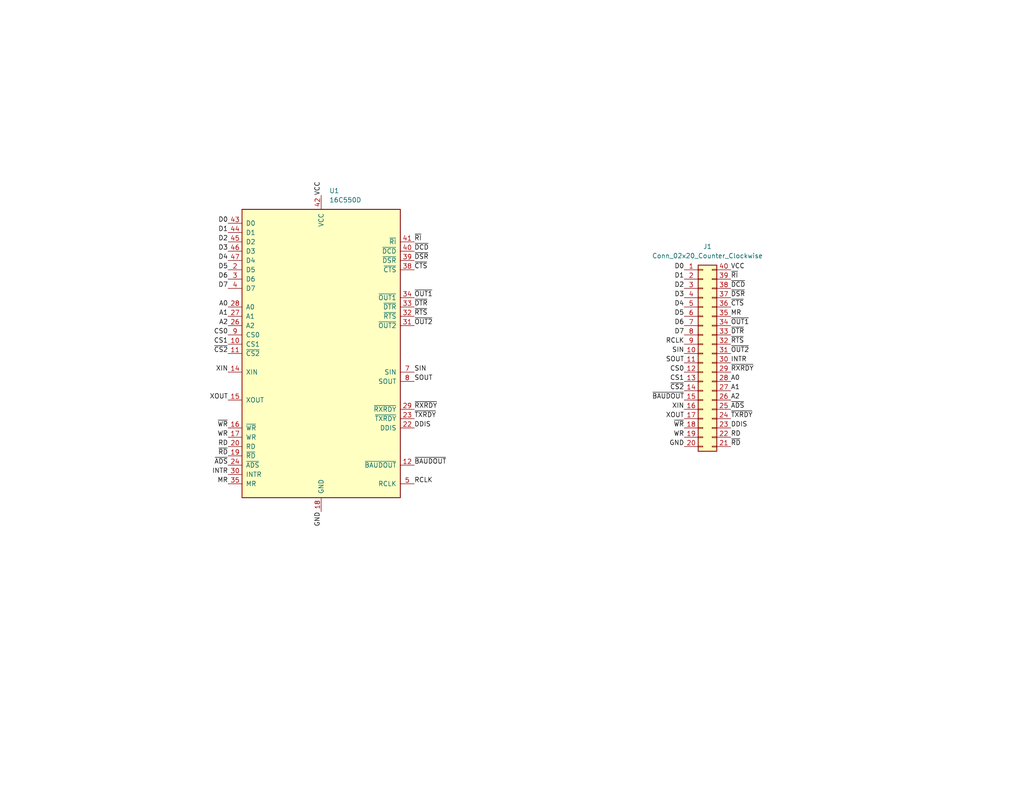
<source format=kicad_sch>
(kicad_sch (version 20231120) (generator "eeschema") (generator_version "8.0")
  (paper "A")
  (title_block (title "16C550D LQFP-48 to DIP-40") (date "2025-01-31") (rev "A") (company "Kevin Angstadt"))
  (lib_symbols
    (symbol "16C550D:16C550D" (pin_names (offset 1.016))
      (property "Reference" "U" (at -21.59 40.64 0))
      (property "Value" "16C550D" (at 15.24 40.64 0))
      (symbol "16C550D_0_1"
        (rectangle (start -21.59 -39.37) (end 21.59 39.37) (stroke (width 0.254)) (fill (type background)))
      )
      (symbol "16C550D_1_0"
        (pin no_connect line (at 24.13 35.56 180) (length 2.54) hide (name "NC") (number "1"))
        (pin no_connect line (at 24.13 20.32 180) (length 2.54) hide (name "NC") (number "13"))
        (pin no_connect line (at 24.13 17.78 180) (length 2.54) hide (name "NC") (number "21"))
        (pin no_connect line (at 24.13 5.08 180) (length 2.54) hide (name "NC") (number "25"))
        (pin no_connect line (at 24.13 2.54 180) (length 2.54) hide (name "NC") (number "36"))
        (pin no_connect line (at 24.13 0 180) (length 2.54) hide (name "NC") (number "37"))
        (pin no_connect line (at 24.13 -2.54 180) (length 2.54) hide (name "NC") (number "48"))
        (pin no_connect line (at 24.13 33.02 180) (length 2.54) hide (name "NC") (number "6"))
      )
      (symbol "16C550D_1_1"
        (pin input line (at -25.4 2.54 0) (length 3.81) (name "CS1") (number "10"))
        (pin input line (at -25.4 0 0) (length 3.81) (name "~{CS2}") (number "11"))
        (pin output line (at 25.4 -30.48 180) (length 3.81) (name "~{BAUDOUT}") (number "12"))
        (pin input line (at -25.4 -5.08 0) (length 3.81) (name "XIN") (number "14"))
        (pin output line (at -25.4 -12.7 0) (length 3.81) (name "XOUT") (number "15"))
        (pin input line (at -25.4 -20.32 0) (length 3.81) (name "~{WR}") (number "16"))
        (pin input line (at -25.4 -22.86 0) (length 3.81) (name "WR") (number "17"))
        (pin power_in line (at 0 -43.18 90) (length 3.81) (name "GND") (number "18"))
        (pin input line (at -25.4 -27.94 0) (length 3.81) (name "~{RD}") (number "19"))
        (pin bidirectional line (at -25.4 22.86 0) (length 3.81) (name "D5") (number "2"))
        (pin input line (at -25.4 -25.4 0) (length 3.81) (name "RD") (number "20"))
        (pin output line (at 25.4 -20.32 180) (length 3.81) (name "DDIS") (number "22"))
        (pin output line (at 25.4 -17.78 180) (length 3.81) (name "~{TXRDY}") (number "23"))
        (pin input line (at -25.4 -30.48 0) (length 3.81) (name "~{ADS}") (number "24"))
        (pin input line (at -25.4 7.62 0) (length 3.81) (name "A2") (number "26"))
        (pin input line (at -25.4 10.16 0) (length 3.81) (name "A1") (number "27"))
        (pin input line (at -25.4 12.7 0) (length 3.81) (name "A0") (number "28"))
        (pin output line (at 25.4 -15.24 180) (length 3.81) (name "~{RXRDY}") (number "29"))
        (pin bidirectional line (at -25.4 20.32 0) (length 3.81) (name "D6") (number "3"))
        (pin output line (at -25.4 -33.02 0) (length 3.81) (name "INTR") (number "30"))
        (pin output line (at 25.4 7.62 180) (length 3.81) (name "~{OUT2}") (number "31"))
        (pin output line (at 25.4 10.16 180) (length 3.81) (name "~{RTS}") (number "32"))
        (pin output line (at 25.4 12.7 180) (length 3.81) (name "~{DTR}") (number "33"))
        (pin output line (at 25.4 15.24 180) (length 3.81) (name "~{OUT1}") (number "34"))
        (pin input line (at -25.4 -35.56 0) (length 3.81) (name "MR") (number "35"))
        (pin input line (at 25.4 22.86 180) (length 3.81) (name "~{CTS}") (number "38"))
        (pin input line (at 25.4 25.4 180) (length 3.81) (name "~{DSR}") (number "39"))
        (pin bidirectional line (at -25.4 17.78 0) (length 3.81) (name "D7") (number "4"))
        (pin input line (at 25.4 27.94 180) (length 3.81) (name "~{DCD}") (number "40"))
        (pin input line (at 25.4 30.48 180) (length 3.81) (name "~{RI}") (number "41"))
        (pin power_in line (at 0 43.18 270) (length 3.81) (name "VCC") (number "42"))
        (pin bidirectional line (at -25.4 35.56 0) (length 3.81) (name "D0") (number "43"))
        (pin bidirectional line (at -25.4 33.02 0) (length 3.81) (name "D1") (number "44"))
        (pin bidirectional line (at -25.4 30.48 0) (length 3.81) (name "D2") (number "45"))
        (pin bidirectional line (at -25.4 27.94 0) (length 3.81) (name "D3") (number "46"))
        (pin bidirectional line (at -25.4 25.4 0) (length 3.81) (name "D4") (number "47"))
        (pin input line (at 25.4 -35.56 180) (length 3.81) (name "RCLK") (number "5"))
        (pin input line (at 25.4 -5.08 180) (length 3.81) (name "SIN") (number "7"))
        (pin output line (at 25.4 -7.62 180) (length 3.81) (name "SOUT") (number "8"))
        (pin input line (at -25.4 5.08 0) (length 3.81) (name "CS0") (number "9"))
      )
    )
    (symbol "Connector_Generic:Conn_02x20_Counter_Clockwise" (pin_names (offset 1.016) hide)
      (property "Reference" "J" (at 1.27 25.4 0))
      (property "Value" "Conn_02x20_Counter_Clockwise" (at 1.27 -27.94 0))
      (symbol "Conn_02x20_Counter_Clockwise_1_1"
        (rectangle (start -1.27 -25.273) (end 0 -25.527) (stroke (width 0.1524)))
        (rectangle (start -1.27 -22.733) (end 0 -22.987) (stroke (width 0.1524)))
        (rectangle (start -1.27 -20.193) (end 0 -20.447) (stroke (width 0.1524)))
        (rectangle (start -1.27 -17.653) (end 0 -17.907) (stroke (width 0.1524)))
        (rectangle (start -1.27 -15.113) (end 0 -15.367) (stroke (width 0.1524)))
        (rectangle (start -1.27 -12.573) (end 0 -12.827) (stroke (width 0.1524)))
        (rectangle (start -1.27 -10.033) (end 0 -10.287) (stroke (width 0.1524)))
        (rectangle (start -1.27 -7.493) (end 0 -7.747) (stroke (width 0.1524)))
        (rectangle (start -1.27 -4.953) (end 0 -5.207) (stroke (width 0.1524)))
        (rectangle (start -1.27 -2.413) (end 0 -2.667) (stroke (width 0.1524)))
        (rectangle (start -1.27 0.127) (end 0 -0.127) (stroke (width 0.1524)))
        (rectangle (start -1.27 2.667) (end 0 2.413) (stroke (width 0.1524)))
        (rectangle (start -1.27 5.207) (end 0 4.953) (stroke (width 0.1524)))
        (rectangle (start -1.27 7.747) (end 0 7.493) (stroke (width 0.1524)))
        (rectangle (start -1.27 10.287) (end 0 10.033) (stroke (width 0.1524)))
        (rectangle (start -1.27 12.827) (end 0 12.573) (stroke (width 0.1524)))
        (rectangle (start -1.27 15.367) (end 0 15.113) (stroke (width 0.1524)))
        (rectangle (start -1.27 17.907) (end 0 17.653) (stroke (width 0.1524)))
        (rectangle (start -1.27 20.447) (end 0 20.193) (stroke (width 0.1524)))
        (rectangle (start -1.27 22.987) (end 0 22.733) (stroke (width 0.1524)))
        (rectangle (start -1.27 24.13) (end 3.81 -26.67) (stroke (width 0.254)) (fill (type background)))
        (rectangle (start 3.81 -25.273) (end 2.54 -25.527) (stroke (width 0.1524)))
        (rectangle (start 3.81 -22.733) (end 2.54 -22.987) (stroke (width 0.1524)))
        (rectangle (start 3.81 -20.193) (end 2.54 -20.447) (stroke (width 0.1524)))
        (rectangle (start 3.81 -17.653) (end 2.54 -17.907) (stroke (width 0.1524)))
        (rectangle (start 3.81 -15.113) (end 2.54 -15.367) (stroke (width 0.1524)))
        (rectangle (start 3.81 -12.573) (end 2.54 -12.827) (stroke (width 0.1524)))
        (rectangle (start 3.81 -10.033) (end 2.54 -10.287) (stroke (width 0.1524)))
        (rectangle (start 3.81 -7.493) (end 2.54 -7.747) (stroke (width 0.1524)))
        (rectangle (start 3.81 -4.953) (end 2.54 -5.207) (stroke (width 0.1524)))
        (rectangle (start 3.81 -2.413) (end 2.54 -2.667) (stroke (width 0.1524)))
        (rectangle (start 3.81 0.127) (end 2.54 -0.127) (stroke (width 0.1524)))
        (rectangle (start 3.81 2.667) (end 2.54 2.413) (stroke (width 0.1524)))
        (rectangle (start 3.81 5.207) (end 2.54 4.953) (stroke (width 0.1524)))
        (rectangle (start 3.81 7.747) (end 2.54 7.493) (stroke (width 0.1524)))
        (rectangle (start 3.81 10.287) (end 2.54 10.033) (stroke (width 0.1524)))
        (rectangle (start 3.81 12.827) (end 2.54 12.573) (stroke (width 0.1524)))
        (rectangle (start 3.81 15.367) (end 2.54 15.113) (stroke (width 0.1524)))
        (rectangle (start 3.81 17.907) (end 2.54 17.653) (stroke (width 0.1524)))
        (rectangle (start 3.81 20.447) (end 2.54 20.193) (stroke (width 0.1524)))
        (rectangle (start 3.81 22.987) (end 2.54 22.733) (stroke (width 0.1524)))
        (pin passive line (at -5.08 22.86 0) (length 3.81) (name "Pin_1") (number "1"))
        (pin passive line (at -5.08 0 0) (length 3.81) (name "Pin_10") (number "10"))
        (pin passive line (at -5.08 -2.54 0) (length 3.81) (name "Pin_11") (number "11"))
        (pin passive line (at -5.08 -5.08 0) (length 3.81) (name "Pin_12") (number "12"))
        (pin passive line (at -5.08 -7.62 0) (length 3.81) (name "Pin_13") (number "13"))
        (pin passive line (at -5.08 -10.16 0) (length 3.81) (name "Pin_14") (number "14"))
        (pin passive line (at -5.08 -12.7 0) (length 3.81) (name "Pin_15") (number "15"))
        (pin passive line (at -5.08 -15.24 0) (length 3.81) (name "Pin_16") (number "16"))
        (pin passive line (at -5.08 -17.78 0) (length 3.81) (name "Pin_17") (number "17"))
        (pin passive line (at -5.08 -20.32 0) (length 3.81) (name "Pin_18") (number "18"))
        (pin passive line (at -5.08 -22.86 0) (length 3.81) (name "Pin_19") (number "19"))
        (pin passive line (at -5.08 20.32 0) (length 3.81) (name "Pin_2") (number "2"))
        (pin passive line (at -5.08 -25.4 0) (length 3.81) (name "Pin_20") (number "20"))
        (pin passive line (at 7.62 -25.4 180) (length 3.81) (name "Pin_21") (number "21"))
        (pin passive line (at 7.62 -22.86 180) (length 3.81) (name "Pin_22") (number "22"))
        (pin passive line (at 7.62 -20.32 180) (length 3.81) (name "Pin_23") (number "23"))
        (pin passive line (at 7.62 -17.78 180) (length 3.81) (name "Pin_24") (number "24"))
        (pin passive line (at 7.62 -15.24 180) (length 3.81) (name "Pin_25") (number "25"))
        (pin passive line (at 7.62 -12.7 180) (length 3.81) (name "Pin_26") (number "26"))
        (pin passive line (at 7.62 -10.16 180) (length 3.81) (name "Pin_27") (number "27"))
        (pin passive line (at 7.62 -7.62 180) (length 3.81) (name "Pin_28") (number "28"))
        (pin passive line (at 7.62 -5.08 180) (length 3.81) (name "Pin_29") (number "29"))
        (pin passive line (at -5.08 17.78 0) (length 3.81) (name "Pin_3") (number "3"))
        (pin passive line (at 7.62 -2.54 180) (length 3.81) (name "Pin_30") (number "30"))
        (pin passive line (at 7.62 0 180) (length 3.81) (name "Pin_31") (number "31"))
        (pin passive line (at 7.62 2.54 180) (length 3.81) (name "Pin_32") (number "32"))
        (pin passive line (at 7.62 5.08 180) (length 3.81) (name "Pin_33") (number "33"))
        (pin passive line (at 7.62 7.62 180) (length 3.81) (name "Pin_34") (number "34"))
        (pin passive line (at 7.62 10.16 180) (length 3.81) (name "Pin_35") (number "35"))
        (pin passive line (at 7.62 12.7 180) (length 3.81) (name "Pin_36") (number "36"))
        (pin passive line (at 7.62 15.24 180) (length 3.81) (name "Pin_37") (number "37"))
        (pin passive line (at 7.62 17.78 180) (length 3.81) (name "Pin_38") (number "38"))
        (pin passive line (at 7.62 20.32 180) (length 3.81) (name "Pin_39") (number "39"))
        (pin passive line (at -5.08 15.24 0) (length 3.81) (name "Pin_4") (number "4"))
        (pin passive line (at 7.62 22.86 180) (length 3.81) (name "Pin_40") (number "40"))
        (pin passive line (at -5.08 12.7 0) (length 3.81) (name "Pin_5") (number "5"))
        (pin passive line (at -5.08 10.16 0) (length 3.81) (name "Pin_6") (number "6"))
        (pin passive line (at -5.08 7.62 0) (length 3.81) (name "Pin_7") (number "7"))
        (pin passive line (at -5.08 5.08 0) (length 3.81) (name "Pin_8") (number "8"))
        (pin passive line (at -5.08 2.54 0) (length 3.81) (name "Pin_9") (number "9"))
      )
    )
    (symbol "power:PWR_FLAG" (power) (pin_numbers hide) (pin_names (offset 0) hide)
      (property "Value" "PWR_FLAG" (at 0 3.81 0))
      (symbol "PWR_FLAG_0_0"
        (pin power_out line (at 0 0 90) (length 0) (name "~") (number "1"))
      )
      (symbol "PWR_FLAG_0_1"
        (polyline (pts (xy 0 0) (xy 0 1.27) (xy -1.016 1.905) (xy 0 2.54) (xy 1.016 1.905) (xy 0 1.27)))
      )
    )
  )
  (label "CS0" (at 186.69 101.6 180))
  (label "~{RXRDY}" (at 113.03 111.76 0))
  (label "~{CTS}" (at 113.03 73.66 0))
  (label "XIN" (at 186.69 111.76 180))
  (label "~{OUT1}" (at 113.03 81.28 0))
  (label "~{CS2}" (at 62.23 96.52 180))
  (label "~{OUT1}" (at 199.39 88.9 0))
  (label "A0" (at 62.23 83.82 180))
  (label "D7" (at 186.69 91.44 180))
  (label "D1" (at 62.23 63.5 180))
  (label "SOUT" (at 113.03 104.14 0))
  (label "DDIS" (at 113.03 116.84 0))
  (label "~{ADS}" (at 62.23 127 180))
  (label "WR" (at 62.23 119.38 180))
  (label "RCLK" (at 186.69 93.98 180))
  (label "D0" (at 186.69 73.66 180))
  (label "~{TXRDY}" (at 113.03 114.3 0))
  (label "XOUT" (at 186.69 114.3 180))
  (label "A1" (at 199.39 106.68 0))
  (label "SIN" (at 113.03 101.6 0))
  (label "A1" (at 62.23 86.36 180))
  (label "~{RD}" (at 199.39 121.92 0))
  (label "~{RI}" (at 199.39 76.2 0))
  (label "~{RXRDY}" (at 199.39 101.6 0))
  (label "D4" (at 186.69 83.82 180))
  (label "~{DTR}" (at 199.39 91.44 0))
  (label "~{CTS}" (at 199.39 83.82 0))
  (label "CS1" (at 186.69 104.14 180))
  (label "~{WR}" (at 186.69 116.84 180))
  (label "D2" (at 62.23 66.04 180))
  (label "~{TXRDY}" (at 199.39 114.3 0))
  (label "D5" (at 186.69 86.36 180))
  (label "A2" (at 62.23 88.9 180))
  (label "~{RD}" (at 62.23 124.46 180))
  (label "D3" (at 62.23 68.58 180))
  (label "INTR" (at 199.39 99.06 0))
  (label "D2" (at 186.69 78.74 180))
  (label "GND" (at 186.69 121.92 180))
  (label "WR" (at 186.69 119.38 180))
  (label "VCC" (at 87.63 53.34 90))
  (label "~{BAUDOUT}" (at 186.69 109.22 180))
  (label "D3" (at 186.69 81.28 180))
  (label "D1" (at 186.69 76.2 180))
  (label "INTR" (at 62.23 129.54 180))
  (label "~{OUT2}" (at 199.39 96.52 0))
  (label "RD" (at 62.23 121.92 180))
  (label "D6" (at 62.23 76.2 180))
  (label "A2" (at 199.39 109.22 0))
  (label "~{DCD}" (at 113.03 68.58 0))
  (label "RD" (at 199.39 119.38 0))
  (label "GND" (at 87.63 139.7 270))
  (label "~{RI}" (at 113.03 66.04 0))
  (label "GND" (at 302.26 58.42 270))
  (label "D5" (at 62.23 73.66 180))
  (label "~{DSR}" (at 113.03 71.12 0))
  (label "XOUT" (at 62.23 109.22 180))
  (label "CS1" (at 62.23 93.98 180))
  (label "~{DCD}" (at 199.39 78.74 0))
  (label "RCLK" (at 113.03 132.08 0))
  (label "~{DSR}" (at 199.39 81.28 0))
  (label "MR" (at 199.39 86.36 0))
  (label "~{WR}" (at 62.23 116.84 180))
  (label "VCC" (at 199.39 73.66 0))
  (label "D7" (at 62.23 78.74 180))
  (label "CS0" (at 62.23 91.44 180))
  (label "~{BAUDOUT}" (at 113.03 127 0))
  (label "~{ADS}" (at 199.39 111.76 0))
  (label "D0" (at 62.23 60.96 180))
  (label "SIN" (at 186.69 96.52 180))
  (label "A0" (at 199.39 104.14 0))
  (label "SOUT" (at 186.69 99.06 180))
  (label "~{CS2}" (at 186.69 106.68 180))
  (label "D6" (at 186.69 88.9 180))
  (label "DDIS" (at 199.39 116.84 0))
  (label "XIN" (at 62.23 101.6 180))
  (label "D4" (at 62.23 71.12 180))
  (label "VCC" (at 313.69 58.42 270))
  (label "~{RTS}" (at 199.39 93.98 0))
  (label "MR" (at 62.23 132.08 180))
  (label "~{OUT2}" (at 113.03 88.9 0))
  (label "~{RTS}" (at 113.03 86.36 0))
  (label "~{DTR}" (at 113.03 83.82 0))
  (symbol (lib_id "power:PWR_FLAG") (at 313.69 58.42 0) (unit 1)
    (property "Reference" "#FLG02" (effects (hide yes)))
    (property "Value" "PWR_FLAG" (at 313.69 53.34 0))
    (property "Description" "Special symbol for telling ERC where power comes from" (effects (hide yes)))
  )
  (symbol (lib_id "16C550D:16C550D") (at 87.63 96.52 0) (unit 1)
    (property "Reference" "U1" (at 89.8241 52.07 0) (effects (justify left)))
    (property "Value" "16C550D" (at 89.8241 54.61 0) (effects (justify left)))
    (property "Footprint" "Package_QFP:LQFP-48_7x7mm_P0.5mm" (effects (hide yes)))
    (property "Datasheet" "http://www.ti.com/lit/ds/symlink/pc16550d.pdf" (effects (hide yes)))
    (property "Description" "PC16550D, Universal Asynchronous Receiver/Transmitter with FIFOs, PDIP-40" (effects (hide yes)))
  )
  (symbol (lib_id "power:PWR_FLAG") (at 302.26 58.42 0) (unit 1)
    (property "Reference" "#FLG01" (effects (hide yes)))
    (property "Value" "PWR_FLAG" (at 302.26 53.34 0))
    (property "Description" "Special symbol for telling ERC where power comes from" (effects (hide yes)))
  )
  (symbol (lib_id "Connector_Generic:Conn_02x20_Counter_Clockwise") (at 191.77 96.52 0) (unit 1)
    (property "Reference" "J1" (at 193.04 67.31 0))
    (property "Value" "Conn_02x20_Counter_Clockwise" (at 193.04 69.85 0))
    (property "Footprint" "16C550D:DIP-40_Pin_Headers" (effects (hide yes)))
    (property "Description" "Generic connector, double row, 02x20, counter clockwise pin numbering scheme (similar to DIP package numbering), script generated (kicad-library-utils/schlib/autogen/connector/)" (effects (hide yes)))
  )
)
</source>
